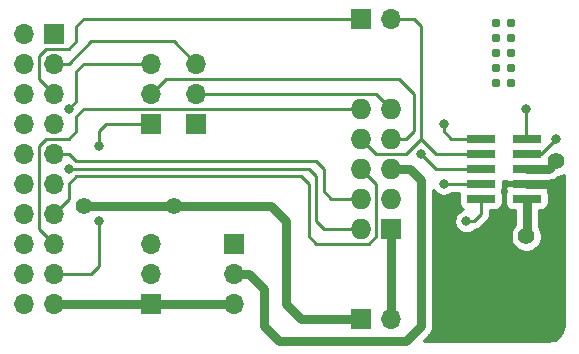
<source format=gtl>
G04 #@! TF.GenerationSoftware,KiCad,Pcbnew,5.1.5-52549c5~84~ubuntu19.04.1*
G04 #@! TF.CreationDate,2019-12-10T10:59:35+01:00*
G04 #@! TF.ProjectId,jlink-tagConnect-adapter-v2,6a6c696e-6b2d-4746-9167-436f6e6e6563,rev?*
G04 #@! TF.SameCoordinates,Original*
G04 #@! TF.FileFunction,Copper,L1,Top*
G04 #@! TF.FilePolarity,Positive*
%FSLAX46Y46*%
G04 Gerber Fmt 4.6, Leading zero omitted, Abs format (unit mm)*
G04 Created by KiCad (PCBNEW 5.1.5-52549c5~84~ubuntu19.04.1) date 2019-12-10 10:59:35*
%MOMM*%
%LPD*%
G04 APERTURE LIST*
%ADD10C,0.787400*%
%ADD11O,1.727200X1.727200*%
%ADD12R,1.727200X1.727200*%
%ADD13O,1.700000X1.700000*%
%ADD14R,1.700000X1.700000*%
%ADD15R,2.400000X0.740000*%
%ADD16C,1.400000*%
%ADD17C,0.800000*%
%ADD18C,0.762000*%
%ADD19C,0.254000*%
G04 APERTURE END LIST*
D10*
X131445000Y-99441000D03*
X131445000Y-98171000D03*
X131445000Y-96901000D03*
X131445000Y-95631000D03*
X131445000Y-94361000D03*
X132715000Y-94361000D03*
X132715000Y-95631000D03*
X132715000Y-96901000D03*
X132715000Y-98171000D03*
X132715000Y-99441000D03*
D11*
X120015000Y-101600000D03*
X122555000Y-101600000D03*
X120015000Y-104140000D03*
X122555000Y-104140000D03*
X120015000Y-106680000D03*
X122555000Y-106680000D03*
X120015000Y-109220000D03*
X122555000Y-109220000D03*
X120015000Y-111760000D03*
D12*
X122555000Y-111760000D03*
D13*
X91440000Y-118110000D03*
X93980000Y-118110000D03*
X91440000Y-115570000D03*
X93980000Y-115570000D03*
X91440000Y-113030000D03*
X93980000Y-113030000D03*
X91440000Y-110490000D03*
X93980000Y-110490000D03*
X91440000Y-107950000D03*
X93980000Y-107950000D03*
X91440000Y-105410000D03*
X93980000Y-105410000D03*
X91440000Y-102870000D03*
X93980000Y-102870000D03*
X91440000Y-100330000D03*
X93980000Y-100330000D03*
X91440000Y-97790000D03*
X93980000Y-97790000D03*
X91440000Y-95250000D03*
D14*
X93980000Y-95250000D03*
D13*
X102235000Y-113030000D03*
X102235000Y-115570000D03*
D14*
X102235000Y-118110000D03*
D13*
X122555000Y-119380000D03*
D14*
X120015000Y-119380000D03*
D13*
X122555000Y-93980000D03*
D14*
X120015000Y-93980000D03*
D13*
X109220000Y-118110000D03*
X109220000Y-115570000D03*
D14*
X109220000Y-113030000D03*
D13*
X106045000Y-97790000D03*
X106045000Y-100330000D03*
D14*
X106045000Y-102870000D03*
D13*
X102235000Y-97790000D03*
X102235000Y-100330000D03*
D14*
X102235000Y-102870000D03*
D15*
X130130000Y-104140000D03*
X134030000Y-104140000D03*
X130130000Y-105410000D03*
X134030000Y-105410000D03*
X130130000Y-106680000D03*
X134030000Y-106680000D03*
X130130000Y-107950000D03*
X134030000Y-107950000D03*
X130130000Y-109220000D03*
X134030000Y-109220000D03*
D16*
X127000000Y-109855000D03*
X136525000Y-108585000D03*
X127000000Y-115570000D03*
D17*
X97790000Y-104775000D03*
X97790000Y-111125000D03*
X127000000Y-102870000D03*
X125095000Y-105410000D03*
X95250000Y-101600000D03*
X127000000Y-107950000D03*
X128905000Y-111125000D03*
X95250000Y-106680000D03*
D16*
X104140000Y-109855000D03*
X96520000Y-109855000D03*
D17*
X133985000Y-101600000D03*
X136525000Y-104140000D03*
D16*
X136525000Y-106045000D03*
X133985000Y-112395000D03*
D18*
X135890000Y-107950000D02*
X136525000Y-108585000D01*
X134030000Y-107950000D02*
X135890000Y-107950000D01*
X93980000Y-118110000D02*
X102870000Y-118110000D01*
X102235000Y-118110000D02*
X109220000Y-118110000D01*
D19*
X93980000Y-115570000D02*
X97155000Y-115570000D01*
X97155000Y-115570000D02*
X97790000Y-114935000D01*
X97790000Y-114935000D02*
X97790000Y-111125000D01*
X97790000Y-111125000D02*
X97790000Y-111125000D01*
X97790000Y-104775000D02*
X97790000Y-103505000D01*
X98425000Y-102870000D02*
X102235000Y-102870000D01*
X97790000Y-103505000D02*
X98425000Y-102870000D01*
X95885000Y-102235000D02*
X96520000Y-101600000D01*
X95885000Y-103505000D02*
X95885000Y-102235000D01*
X92710000Y-111760000D02*
X92710000Y-104775000D01*
X93345000Y-104140000D02*
X95250000Y-104140000D01*
X96520000Y-101600000D02*
X120015000Y-101600000D01*
X95250000Y-104140000D02*
X95885000Y-103505000D01*
X93980000Y-113030000D02*
X92710000Y-111760000D01*
X92710000Y-104775000D02*
X93345000Y-104140000D01*
X130130000Y-104140000D02*
X127635000Y-104140000D01*
X127000000Y-103505000D02*
X127000000Y-102870000D01*
X127635000Y-104140000D02*
X127000000Y-103505000D01*
X121285000Y-107950000D02*
X120015000Y-106680000D01*
X116205000Y-113030000D02*
X120650000Y-113030000D01*
X115570000Y-112395000D02*
X116205000Y-113030000D01*
X115570000Y-107950000D02*
X115570000Y-112395000D01*
X121285000Y-112395000D02*
X121285000Y-107950000D01*
X95250000Y-109220000D02*
X95250000Y-107950000D01*
X95250000Y-107950000D02*
X95885000Y-107315000D01*
X93980000Y-110490000D02*
X95250000Y-109220000D01*
X95885000Y-107315000D02*
X114935000Y-107315000D01*
X120650000Y-113030000D02*
X121285000Y-112395000D01*
X114935000Y-107315000D02*
X115570000Y-107950000D01*
X126365000Y-106680000D02*
X125095000Y-105410000D01*
X130130000Y-106680000D02*
X126365000Y-106680000D01*
X96520000Y-97790000D02*
X102235000Y-97790000D01*
X95885000Y-98425000D02*
X96520000Y-97790000D01*
X95885000Y-100965000D02*
X95885000Y-98425000D01*
X95250000Y-101600000D02*
X95885000Y-100965000D01*
X117475000Y-109220000D02*
X120015000Y-109220000D01*
X116840000Y-108585000D02*
X117475000Y-109220000D01*
X95250000Y-105410000D02*
X95885000Y-106045000D01*
X93980000Y-105410000D02*
X95250000Y-105410000D01*
X95885000Y-106045000D02*
X116205000Y-106045000D01*
X116205000Y-106045000D02*
X116840000Y-106680000D01*
X116840000Y-106680000D02*
X116840000Y-108585000D01*
X127000000Y-107950000D02*
X130130000Y-107950000D01*
X95250000Y-106680000D02*
X115570000Y-106680000D01*
X115570000Y-106680000D02*
X116205000Y-107315000D01*
X116205000Y-107315000D02*
X116205000Y-111125000D01*
X116840000Y-111760000D02*
X120015000Y-111760000D01*
X116205000Y-111125000D02*
X116840000Y-111760000D01*
X130130000Y-109220000D02*
X130130000Y-110535000D01*
X129540000Y-111125000D02*
X128905000Y-111125000D01*
X130130000Y-110535000D02*
X129540000Y-111125000D01*
X96520000Y-93980000D02*
X120015000Y-93980000D01*
X95885000Y-94615000D02*
X96520000Y-93980000D01*
X95885000Y-95885000D02*
X95885000Y-94615000D01*
X92710000Y-97155000D02*
X93345000Y-96520000D01*
X92710000Y-99060000D02*
X92710000Y-97155000D01*
X93345000Y-96520000D02*
X95250000Y-96520000D01*
X95250000Y-96520000D02*
X95885000Y-95885000D01*
X93980000Y-100330000D02*
X92710000Y-99060000D01*
X104140000Y-95885000D02*
X106045000Y-97790000D01*
X97155000Y-95885000D02*
X104140000Y-95885000D01*
X93980000Y-97790000D02*
X95250000Y-97790000D01*
X95250000Y-97790000D02*
X97155000Y-95885000D01*
D18*
X104140000Y-109855000D02*
X104140000Y-109855000D01*
X114935000Y-119380000D02*
X120015000Y-119380000D01*
X113665000Y-118110000D02*
X114935000Y-119380000D01*
X113665000Y-111125000D02*
X113665000Y-118110000D01*
X104140000Y-109855000D02*
X112395000Y-109855000D01*
X112395000Y-109855000D02*
X113665000Y-111125000D01*
X97790000Y-109855000D02*
X96593009Y-109855000D01*
X104140000Y-109855000D02*
X97790000Y-109855000D01*
D19*
X121285000Y-100330000D02*
X122555000Y-101600000D01*
X106045000Y-100330000D02*
X121285000Y-100330000D01*
X133985000Y-104095000D02*
X134030000Y-104140000D01*
X133985000Y-101600000D02*
X133985000Y-104095000D01*
X121285000Y-105410000D02*
X123825000Y-105410000D01*
X123825000Y-105410000D02*
X125095000Y-104140000D01*
X124460000Y-93980000D02*
X122555000Y-93980000D01*
X120015000Y-104140000D02*
X121285000Y-105410000D01*
X125095000Y-104140000D02*
X125095000Y-94615000D01*
X125095000Y-94615000D02*
X124460000Y-93980000D01*
X125095000Y-104140000D02*
X126365000Y-105410000D01*
X126365000Y-105410000D02*
X127000000Y-105410000D01*
X130130000Y-105410000D02*
X127000000Y-105410000D01*
X127000000Y-105410000D02*
X126682500Y-105410000D01*
X102235000Y-100330000D02*
X102870000Y-100330000D01*
X122555000Y-104140000D02*
X123190000Y-104140000D01*
X103505000Y-99060000D02*
X102235000Y-100330000D01*
X123825000Y-104140000D02*
X124460000Y-103505000D01*
X122555000Y-104140000D02*
X123825000Y-104140000D01*
X124460000Y-103505000D02*
X124460000Y-100330000D01*
X124460000Y-100330000D02*
X123190000Y-99060000D01*
X123190000Y-99060000D02*
X103505000Y-99060000D01*
X135255000Y-105410000D02*
X136525000Y-104140000D01*
X134030000Y-105410000D02*
X135255000Y-105410000D01*
D18*
X124142500Y-106680000D02*
X122555000Y-106680000D01*
X125095000Y-107632500D02*
X124142500Y-106680000D01*
X125095000Y-120015000D02*
X125095000Y-107632500D01*
X123825000Y-121285000D02*
X125095000Y-120015000D01*
X109220000Y-115570000D02*
X110490000Y-115570000D01*
X110490000Y-115570000D02*
X111760000Y-116840000D01*
X111760000Y-120015000D02*
X113030000Y-121285000D01*
X113030000Y-121285000D02*
X123825000Y-121285000D01*
X111760000Y-116840000D02*
X111760000Y-120015000D01*
X135890000Y-106680000D02*
X136525000Y-106045000D01*
X134030000Y-106680000D02*
X135890000Y-106680000D01*
X122555000Y-119380000D02*
X122555000Y-111760000D01*
X133985000Y-109265000D02*
X134030000Y-109220000D01*
X134030000Y-109220000D02*
X134030000Y-112350000D01*
X134030000Y-112350000D02*
X133985000Y-112395000D01*
D19*
G36*
X137135000Y-119982723D02*
G01*
X137108185Y-120256205D01*
X137038133Y-120488226D01*
X136924350Y-120702222D01*
X136771169Y-120890039D01*
X136584424Y-121044529D01*
X136371231Y-121159802D01*
X136139701Y-121231472D01*
X135868276Y-121260000D01*
X125286841Y-121260000D01*
X125778133Y-120768708D01*
X125816896Y-120736896D01*
X125943860Y-120582190D01*
X126038202Y-120405687D01*
X126096298Y-120214171D01*
X126111000Y-120064902D01*
X126111000Y-120064895D01*
X126115914Y-120015001D01*
X126111000Y-119965107D01*
X126111000Y-108482468D01*
X126196063Y-108609774D01*
X126340226Y-108753937D01*
X126509744Y-108867205D01*
X126698102Y-108945226D01*
X126898061Y-108985000D01*
X127101939Y-108985000D01*
X127301898Y-108945226D01*
X127490256Y-108867205D01*
X127659774Y-108753937D01*
X127701711Y-108712000D01*
X128308289Y-108712000D01*
X128304188Y-108725518D01*
X128291928Y-108850000D01*
X128291928Y-109590000D01*
X128304188Y-109714482D01*
X128340498Y-109834180D01*
X128399463Y-109944494D01*
X128478815Y-110041185D01*
X128575506Y-110120537D01*
X128597290Y-110132181D01*
X128414744Y-110207795D01*
X128245226Y-110321063D01*
X128101063Y-110465226D01*
X127987795Y-110634744D01*
X127909774Y-110823102D01*
X127870000Y-111023061D01*
X127870000Y-111226939D01*
X127909774Y-111426898D01*
X127987795Y-111615256D01*
X128101063Y-111784774D01*
X128245226Y-111928937D01*
X128414744Y-112042205D01*
X128603102Y-112120226D01*
X128803061Y-112160000D01*
X129006939Y-112160000D01*
X129206898Y-112120226D01*
X129395256Y-112042205D01*
X129564774Y-111928937D01*
X129609910Y-111883801D01*
X129689378Y-111875974D01*
X129833015Y-111832402D01*
X129965392Y-111761645D01*
X130081422Y-111666422D01*
X130105283Y-111637347D01*
X130642351Y-111100280D01*
X130671422Y-111076422D01*
X130715214Y-111023061D01*
X130766645Y-110960393D01*
X130837401Y-110828016D01*
X130837402Y-110828015D01*
X130880974Y-110684378D01*
X130892000Y-110572426D01*
X130892000Y-110572424D01*
X130895686Y-110535001D01*
X130892000Y-110497578D01*
X130892000Y-110228072D01*
X131330000Y-110228072D01*
X131454482Y-110215812D01*
X131574180Y-110179502D01*
X131684494Y-110120537D01*
X131781185Y-110041185D01*
X131860537Y-109944494D01*
X131919502Y-109834180D01*
X131955812Y-109714482D01*
X131968072Y-109590000D01*
X131968072Y-108850000D01*
X131955812Y-108725518D01*
X131919502Y-108605820D01*
X131908373Y-108585000D01*
X131919502Y-108564180D01*
X131955812Y-108444482D01*
X131968072Y-108320000D01*
X132191928Y-108320000D01*
X132204188Y-108444482D01*
X132240498Y-108564180D01*
X132251627Y-108585000D01*
X132240498Y-108605820D01*
X132204188Y-108725518D01*
X132191928Y-108850000D01*
X132191928Y-109590000D01*
X132204188Y-109714482D01*
X132240498Y-109834180D01*
X132299463Y-109944494D01*
X132378815Y-110041185D01*
X132475506Y-110120537D01*
X132585820Y-110179502D01*
X132705518Y-110215812D01*
X132830000Y-110228072D01*
X133014000Y-110228072D01*
X133014001Y-111478024D01*
X132948038Y-111543987D01*
X132801939Y-111762641D01*
X132701304Y-112005595D01*
X132650000Y-112263514D01*
X132650000Y-112526486D01*
X132701304Y-112784405D01*
X132801939Y-113027359D01*
X132948038Y-113246013D01*
X133133987Y-113431962D01*
X133352641Y-113578061D01*
X133595595Y-113678696D01*
X133853514Y-113730000D01*
X134116486Y-113730000D01*
X134374405Y-113678696D01*
X134617359Y-113578061D01*
X134836013Y-113431962D01*
X135021962Y-113246013D01*
X135168061Y-113027359D01*
X135268696Y-112784405D01*
X135320000Y-112526486D01*
X135320000Y-112263514D01*
X135268696Y-112005595D01*
X135168061Y-111762641D01*
X135046000Y-111579963D01*
X135046000Y-110228072D01*
X135230000Y-110228072D01*
X135354482Y-110215812D01*
X135474180Y-110179502D01*
X135584494Y-110120537D01*
X135681185Y-110041185D01*
X135760537Y-109944494D01*
X135819502Y-109834180D01*
X135855812Y-109714482D01*
X135868072Y-109590000D01*
X135868072Y-108850000D01*
X135855812Y-108725518D01*
X135819502Y-108605820D01*
X135808373Y-108585000D01*
X135819502Y-108564180D01*
X135855812Y-108444482D01*
X135868072Y-108320000D01*
X135865000Y-108235750D01*
X135706250Y-108077000D01*
X134157000Y-108077000D01*
X134157000Y-108097000D01*
X133903000Y-108097000D01*
X133903000Y-108077000D01*
X132353750Y-108077000D01*
X132195000Y-108235750D01*
X132191928Y-108320000D01*
X131968072Y-108320000D01*
X131968072Y-107696000D01*
X132226750Y-107696000D01*
X132353750Y-107823000D01*
X133903000Y-107823000D01*
X133903000Y-107803000D01*
X134157000Y-107803000D01*
X134157000Y-107823000D01*
X135706250Y-107823000D01*
X135833250Y-107696000D01*
X135840098Y-107696000D01*
X135890000Y-107700915D01*
X135939902Y-107696000D01*
X136089171Y-107681298D01*
X136280687Y-107623202D01*
X136457190Y-107528860D01*
X136611896Y-107401896D01*
X136629866Y-107380000D01*
X136656486Y-107380000D01*
X136914405Y-107328696D01*
X137135000Y-107237322D01*
X137135000Y-119982723D01*
G37*
X137135000Y-119982723D02*
X137108185Y-120256205D01*
X137038133Y-120488226D01*
X136924350Y-120702222D01*
X136771169Y-120890039D01*
X136584424Y-121044529D01*
X136371231Y-121159802D01*
X136139701Y-121231472D01*
X135868276Y-121260000D01*
X125286841Y-121260000D01*
X125778133Y-120768708D01*
X125816896Y-120736896D01*
X125943860Y-120582190D01*
X126038202Y-120405687D01*
X126096298Y-120214171D01*
X126111000Y-120064902D01*
X126111000Y-120064895D01*
X126115914Y-120015001D01*
X126111000Y-119965107D01*
X126111000Y-108482468D01*
X126196063Y-108609774D01*
X126340226Y-108753937D01*
X126509744Y-108867205D01*
X126698102Y-108945226D01*
X126898061Y-108985000D01*
X127101939Y-108985000D01*
X127301898Y-108945226D01*
X127490256Y-108867205D01*
X127659774Y-108753937D01*
X127701711Y-108712000D01*
X128308289Y-108712000D01*
X128304188Y-108725518D01*
X128291928Y-108850000D01*
X128291928Y-109590000D01*
X128304188Y-109714482D01*
X128340498Y-109834180D01*
X128399463Y-109944494D01*
X128478815Y-110041185D01*
X128575506Y-110120537D01*
X128597290Y-110132181D01*
X128414744Y-110207795D01*
X128245226Y-110321063D01*
X128101063Y-110465226D01*
X127987795Y-110634744D01*
X127909774Y-110823102D01*
X127870000Y-111023061D01*
X127870000Y-111226939D01*
X127909774Y-111426898D01*
X127987795Y-111615256D01*
X128101063Y-111784774D01*
X128245226Y-111928937D01*
X128414744Y-112042205D01*
X128603102Y-112120226D01*
X128803061Y-112160000D01*
X129006939Y-112160000D01*
X129206898Y-112120226D01*
X129395256Y-112042205D01*
X129564774Y-111928937D01*
X129609910Y-111883801D01*
X129689378Y-111875974D01*
X129833015Y-111832402D01*
X129965392Y-111761645D01*
X130081422Y-111666422D01*
X130105283Y-111637347D01*
X130642351Y-111100280D01*
X130671422Y-111076422D01*
X130715214Y-111023061D01*
X130766645Y-110960393D01*
X130837401Y-110828016D01*
X130837402Y-110828015D01*
X130880974Y-110684378D01*
X130892000Y-110572426D01*
X130892000Y-110572424D01*
X130895686Y-110535001D01*
X130892000Y-110497578D01*
X130892000Y-110228072D01*
X131330000Y-110228072D01*
X131454482Y-110215812D01*
X131574180Y-110179502D01*
X131684494Y-110120537D01*
X131781185Y-110041185D01*
X131860537Y-109944494D01*
X131919502Y-109834180D01*
X131955812Y-109714482D01*
X131968072Y-109590000D01*
X131968072Y-108850000D01*
X131955812Y-108725518D01*
X131919502Y-108605820D01*
X131908373Y-108585000D01*
X131919502Y-108564180D01*
X131955812Y-108444482D01*
X131968072Y-108320000D01*
X132191928Y-108320000D01*
X132204188Y-108444482D01*
X132240498Y-108564180D01*
X132251627Y-108585000D01*
X132240498Y-108605820D01*
X132204188Y-108725518D01*
X132191928Y-108850000D01*
X132191928Y-109590000D01*
X132204188Y-109714482D01*
X132240498Y-109834180D01*
X132299463Y-109944494D01*
X132378815Y-110041185D01*
X132475506Y-110120537D01*
X132585820Y-110179502D01*
X132705518Y-110215812D01*
X132830000Y-110228072D01*
X133014000Y-110228072D01*
X133014001Y-111478024D01*
X132948038Y-111543987D01*
X132801939Y-111762641D01*
X132701304Y-112005595D01*
X132650000Y-112263514D01*
X132650000Y-112526486D01*
X132701304Y-112784405D01*
X132801939Y-113027359D01*
X132948038Y-113246013D01*
X133133987Y-113431962D01*
X133352641Y-113578061D01*
X133595595Y-113678696D01*
X133853514Y-113730000D01*
X134116486Y-113730000D01*
X134374405Y-113678696D01*
X134617359Y-113578061D01*
X134836013Y-113431962D01*
X135021962Y-113246013D01*
X135168061Y-113027359D01*
X135268696Y-112784405D01*
X135320000Y-112526486D01*
X135320000Y-112263514D01*
X135268696Y-112005595D01*
X135168061Y-111762641D01*
X135046000Y-111579963D01*
X135046000Y-110228072D01*
X135230000Y-110228072D01*
X135354482Y-110215812D01*
X135474180Y-110179502D01*
X135584494Y-110120537D01*
X135681185Y-110041185D01*
X135760537Y-109944494D01*
X135819502Y-109834180D01*
X135855812Y-109714482D01*
X135868072Y-109590000D01*
X135868072Y-108850000D01*
X135855812Y-108725518D01*
X135819502Y-108605820D01*
X135808373Y-108585000D01*
X135819502Y-108564180D01*
X135855812Y-108444482D01*
X135868072Y-108320000D01*
X135865000Y-108235750D01*
X135706250Y-108077000D01*
X134157000Y-108077000D01*
X134157000Y-108097000D01*
X133903000Y-108097000D01*
X133903000Y-108077000D01*
X132353750Y-108077000D01*
X132195000Y-108235750D01*
X132191928Y-108320000D01*
X131968072Y-108320000D01*
X131968072Y-107696000D01*
X132226750Y-107696000D01*
X132353750Y-107823000D01*
X133903000Y-107823000D01*
X133903000Y-107803000D01*
X134157000Y-107803000D01*
X134157000Y-107823000D01*
X135706250Y-107823000D01*
X135833250Y-107696000D01*
X135840098Y-107696000D01*
X135890000Y-107700915D01*
X135939902Y-107696000D01*
X136089171Y-107681298D01*
X136280687Y-107623202D01*
X136457190Y-107528860D01*
X136611896Y-107401896D01*
X136629866Y-107380000D01*
X136656486Y-107380000D01*
X136914405Y-107328696D01*
X137135000Y-107237322D01*
X137135000Y-119982723D01*
M02*

</source>
